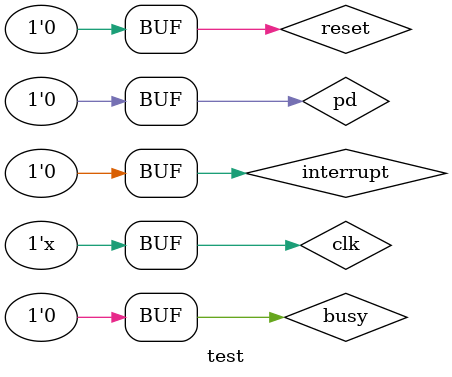
<source format=v>
`timescale 1ns / 1ps


module test;

	// Inputs
	reg clk;
	reg reset;
	reg interrupt;

	// Outputs
	wire [31:0] addr;

	// Instantiate the Unit Under Test (UUT)
	mips uut (
		.clk(clk), 
		.reset(reset), 
		.interrupt(interrupt), 
		.addr(addr)
	);
   reg busy,pd;
	initial begin
		// Initialize Inputs
		clk = 0;
		reset = 1;
		interrupt = 0;
      busy=0;
		pd=0;
		// Wait 100 ns for global reset to finish
		#10;
      reset=0;  
		// Add stimulus here

	end
	always #2 clk=~clk;
      
endmodule


</source>
